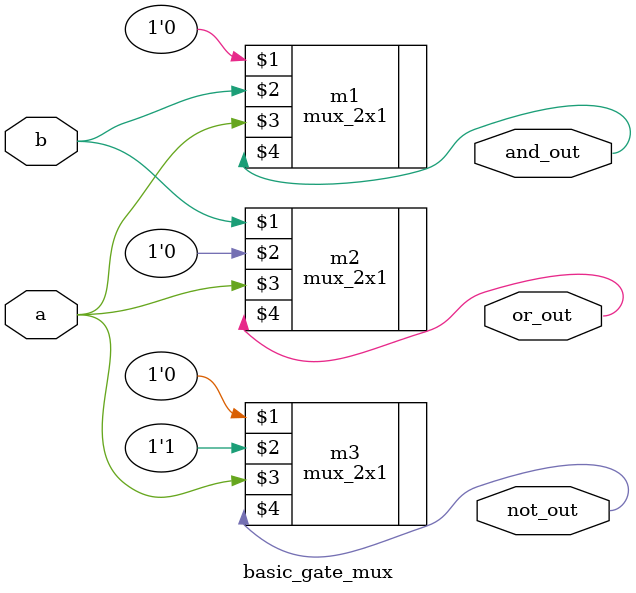
<source format=v>
`timescale 1ns / 1ps
module basic_gate_mux(
input a,b,
output and_out,not_out,or_out
    );
mux_2x1 m1(1'b0,b,a,and_out);
mux_2x1 m2(b,1'b0,a,or_out);
mux_2x1 m3(1'b0,1'b1,a,not_out);


endmodule

</source>
